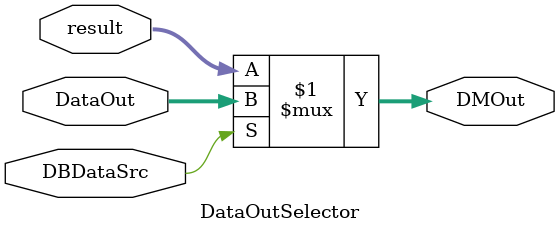
<source format=v>
`timescale 1ns / 1ps


module DataOutSelector(DBDataSrc, result, DataOut, DMOut);
    input DBDataSrc;
    input [31:0] result, DataOut;
    output wire [31:0] DMOut;
    
    assign DMOut = DBDataSrc ? DataOut : result;
endmodule

</source>
